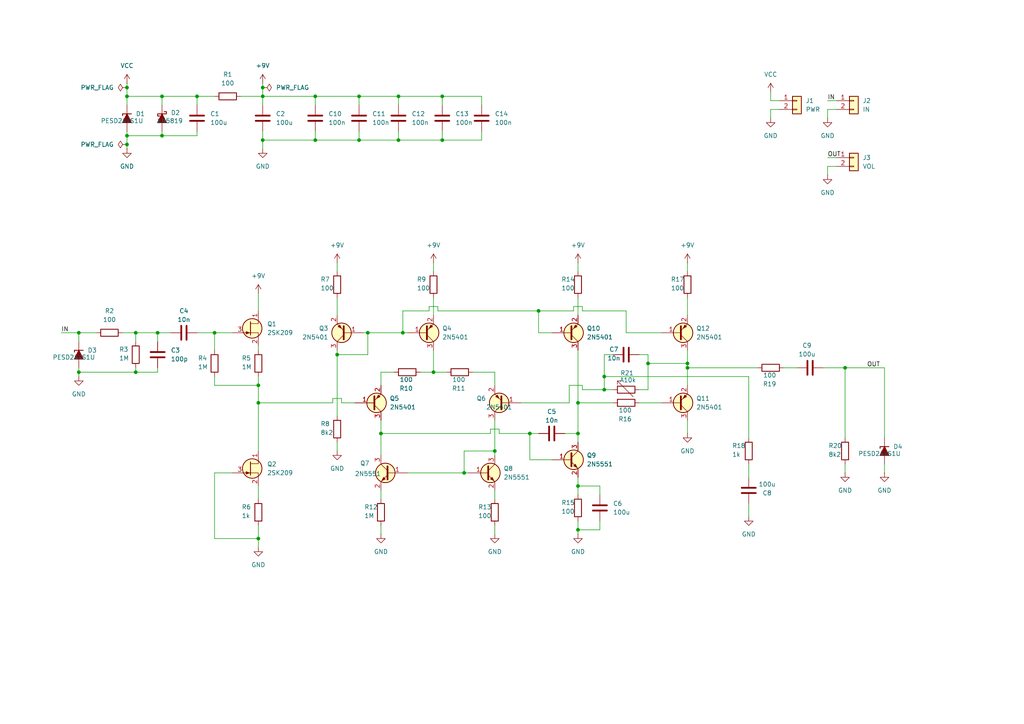
<source format=kicad_sch>
(kicad_sch (version 20231120) (generator "eeschema") (generator_version "8.0")
  (paper "A4")
  (lib_symbols
    (symbol "Connector_Generic:Conn_01x02" (pin_names (offset 1.016) hide)
      (property "Reference" "J" (at 0 2.54 0))
      (property "Value" "Conn_01x02" (at 0 -5.08 0))
      (symbol "Conn_01x02_1_1"
        (rectangle (start -1.27 -2.413) (end 0 -2.667) (stroke (width 0.1524)))
        (rectangle (start -1.27 0.127) (end 0 -0.127) (stroke (width 0.1524)))
        (rectangle (start -1.27 1.27) (end 1.27 -3.81) (stroke (width 0.254)) (fill (type background)))
        (pin passive line (at -5.08 0 0) (length 3.81) (name "Pin_1") (number "1"))
        (pin passive line (at -5.08 -2.54 0) (length 3.81) (name "Pin_2") (number "2"))
      )
    )
    (symbol "Device:C" (pin_numbers hide) (pin_names (offset 0.254))
      (property "Reference" "C" (at 0.635 2.54 0))
      (property "Value" "C" (at 0.635 -2.54 0))
      (symbol "C_0_1"
        (polyline (pts (xy -2.032 -0.762) (xy 2.032 -0.762)) (stroke (width 0.508)))
        (polyline (pts (xy -2.032 0.762) (xy 2.032 0.762)) (stroke (width 0.508)))
      )
      (symbol "C_1_1"
        (pin passive line (at 0 3.81 270) (length 2.794) (name "~") (number "1"))
        (pin passive line (at 0 -3.81 90) (length 2.794) (name "~") (number "2"))
      )
    )
    (symbol "Device:R" (pin_numbers hide) (pin_names (offset 0))
      (property "Reference" "R" (at 2.032 0 90))
      (property "Value" "R" (at 0 0 90))
      (symbol "R_0_1"
        (rectangle (start -1.016 -2.54) (end 1.016 2.54) (stroke (width 0.254)))
      )
      (symbol "R_1_1"
        (pin passive line (at 0 3.81 270) (length 1.27) (name "~") (number "1"))
        (pin passive line (at 0 -3.81 90) (length 1.27) (name "~") (number "2"))
      )
    )
    (symbol "Device:R_Variable" (pin_numbers hide) (pin_names (offset 0))
      (property "Reference" "R" (at 2.54 -2.54 90))
      (property "Value" "R_Variable" (at -2.54 -1.27 90))
      (symbol "R_Variable_0_1"
        (rectangle (start -1.016 -2.54) (end 1.016 2.54) (stroke (width 0.254)))
        (polyline (pts (xy 2.54 1.524) (xy 2.54 2.54) (xy 1.524 2.54) (xy 2.54 2.54) (xy -2.032 -2.032)))
      )
      (symbol "R_Variable_1_1"
        (pin passive line (at 0 3.81 270) (length 1.27) (name "~") (number "1"))
        (pin passive line (at 0 -3.81 90) (length 1.27) (name "~") (number "2"))
      )
    )
    (symbol "PCM_Diode_Schottky_AKL:1N5819" (pin_numbers hide) (pin_names (offset 1.016) hide)
      (property "Reference" "D" (at 0 5.08 0))
      (property "Value" "1N5819" (at 0 2.54 0))
      (symbol "1N5819_0_1"
        (polyline (pts (xy -1.27 0) (xy 1.27 0)))
        (polyline (pts (xy -1.27 -1.27) (xy -1.27 1.27) (xy 1.27 0) (xy -1.27 -1.27)) (stroke (width 0.254)) (fill (type outline)))
        (polyline (pts (xy 1.905 -0.635) (xy 1.905 -1.27) (xy 1.27 -1.27) (xy 1.27 1.27) (xy 0.635 1.27) (xy 0.635 0.635)) (stroke (width 0.254)))
      )
      (symbol "1N5819_1_1"
        (pin passive line (at 3.81 0 180) (length 2.54) (name "K") (number "1"))
        (pin passive line (at -3.81 0 0) (length 2.54) (name "A") (number "2"))
      )
    )
    (symbol "PCM_Diode_TVS_AKL:PESD12VS1UB" (pin_numbers hide) (pin_names (offset 1.016) hide)
      (property "Reference" "D" (at 0 5.08 0))
      (property "Value" "PESD12VS1UB" (at 0 2.54 0))
      (symbol "PESD12VS1UB_0_1"
        (polyline (pts (xy -1.27 0) (xy 1.27 0)))
        (polyline (pts (xy 1.27 -1.27) (xy 1.27 1.27)) (stroke (width 0.254)))
        (polyline (pts (xy 1.27 1.27) (xy 0.762 1.27)) (stroke (width 0.254)))
        (polyline (pts (xy -1.27 1.27) (xy -1.27 -1.27) (xy 1.27 0) (xy -1.27 1.27)) (stroke (width 0.254)) (fill (type outline)))
      )
      (symbol "PESD12VS1UB_1_1"
        (pin passive line (at 3.81 0 180) (length 2.54) (name "K") (number "1"))
        (pin passive line (at -3.81 0 0) (length 2.54) (name "A") (number "2"))
      )
    )
    (symbol "PCM_Transistor_BJT_AKL:MMBT5401" (pin_names hide)
      (property "Reference" "Q" (at 5.08 1.27 0))
      (property "Value" "MMBT5401" (at 5.08 -1.27 0))
      (symbol "MMBT5401_0_1"
        (polyline (pts (xy 0.635 -0.635) (xy 2.54 -2.54)))
        (polyline (pts (xy 0.635 -1.905) (xy 0.635 1.905) (xy 0.635 1.905)) (stroke (width 0.508)))
        (polyline (pts (xy 0.635 0.635) (xy 2.54 2.54) (xy 2.54 2.54)))
        (polyline (pts (xy 2.286 1.778) (xy 1.778 2.286) (xy 1.27 1.27) (xy 2.286 1.778) (xy 2.286 1.778)) (fill (type outline)))
        (circle (center 1.27 0) (radius 2.8194) (stroke (width 0.254)) (fill (type background)))
      )
      (symbol "MMBT5401_1_1"
        (pin input line (at -5.08 0 0) (length 5.715) (name "B") (number "1"))
        (pin passive line (at 2.54 5.08 270) (length 2.54) (name "E") (number "2"))
        (pin passive line (at 2.54 -5.08 90) (length 2.54) (name "C") (number "3"))
      )
    )
    (symbol "PCM_Transistor_BJT_AKL:MMBT5551" (pin_names hide)
      (property "Reference" "Q" (at 5.08 1.27 0))
      (property "Value" "MMBT5551" (at 5.08 -1.27 0))
      (symbol "MMBT5551_0_1"
        (polyline (pts (xy 0.635 0.635) (xy 2.54 2.54)))
        (polyline (pts (xy 0.635 -0.635) (xy 2.54 -2.54) (xy 2.54 -2.54)))
        (polyline (pts (xy 0.635 1.905) (xy 0.635 -1.905) (xy 0.635 -1.905)) (stroke (width 0.508)))
        (polyline (pts (xy 1.27 -1.778) (xy 1.778 -1.27) (xy 2.286 -2.286) (xy 1.27 -1.778) (xy 1.27 -1.778)) (fill (type outline)))
        (circle (center 1.27 0) (radius 2.8194) (stroke (width 0.254)) (fill (type background)))
      )
      (symbol "MMBT5551_1_1"
        (pin input line (at -5.08 0 0) (length 5.715) (name "B") (number "1"))
        (pin passive line (at 2.54 -5.08 90) (length 2.54) (name "E") (number "2"))
        (pin passive line (at 2.54 5.08 270) (length 2.54) (name "C") (number "3"))
      )
    )
    (symbol "PCM_Transistor_JFET_AKL:2SK208" (pin_names hide)
      (property "Reference" "Q" (at 5.08 1.27 0))
      (property "Value" "2SK208" (at 5.08 -1.27 0))
      (symbol "2SK208_0_1"
        (polyline (pts (xy -0.127 -1.27) (xy 0.381 -1.27)))
        (polyline (pts (xy 0.254 1.905) (xy 0.254 -1.905) (xy 0.254 -1.905)) (stroke (width 0.254)))
        (polyline (pts (xy 2.54 -2.54) (xy 2.54 -1.27) (xy 0.254 -1.27)))
        (polyline (pts (xy 2.54 2.54) (xy 2.54 1.397) (xy 0.254 1.397)))
        (polyline (pts (xy 0 -1.27) (xy -1.016 -0.889) (xy -1.016 -1.651) (xy 0 -1.27)) (fill (type outline)))
        (circle (center 0.762 0) (radius 2.8194) (stroke (width 0.254)) (fill (type background)))
      )
      (symbol "2SK208_1_1"
        (pin passive line (at 2.54 5.08 270) (length 2.54) (name "D") (number "1"))
        (pin passive line (at 2.54 -5.08 90) (length 2.54) (name "S") (number "2"))
        (pin input line (at -5.08 -1.27 0) (length 4.4958) (name "G") (number "3"))
      )
    )
    (symbol "power:+9V" (power) (pin_numbers hide) (pin_names (offset 0) hide)
      (property "Value" "+9V" (at 0 3.556 0))
      (symbol "+9V_0_1"
        (polyline (pts (xy -0.762 1.27) (xy 0 2.54)))
        (polyline (pts (xy 0 0) (xy 0 2.54)))
        (polyline (pts (xy 0 2.54) (xy 0.762 1.27)))
      )
      (symbol "+9V_1_1"
        (pin power_in line (at 0 0 90) (length 0) (name "~") (number "1"))
      )
    )
    (symbol "power:GND" (power) (pin_numbers hide) (pin_names (offset 0) hide)
      (property "Value" "GND" (at 0 -3.81 0))
      (symbol "GND_0_1"
        (polyline (pts (xy 0 0) (xy 0 -1.27) (xy 1.27 -1.27) (xy 0 -2.54) (xy -1.27 -1.27) (xy 0 -1.27)))
      )
      (symbol "GND_1_1"
        (pin power_in line (at 0 0 270) (length 0) (name "~") (number "1"))
      )
    )
    (symbol "power:PWR_FLAG" (power) (pin_numbers hide) (pin_names (offset 0) hide)
      (property "Value" "PWR_FLAG" (at 0 3.81 0))
      (symbol "PWR_FLAG_0_0"
        (pin power_out line (at 0 0 90) (length 0) (name "~") (number "1"))
      )
      (symbol "PWR_FLAG_0_1"
        (polyline (pts (xy 0 0) (xy 0 1.27) (xy -1.016 1.905) (xy 0 2.54) (xy 1.016 1.905) (xy 0 1.27)))
      )
    )
    (symbol "power:VCC" (power) (pin_numbers hide) (pin_names (offset 0) hide)
      (property "Value" "VCC" (at 0 3.556 0))
      (symbol "VCC_0_1"
        (polyline (pts (xy -0.762 1.27) (xy 0 2.54)))
        (polyline (pts (xy 0 0) (xy 0 2.54)))
        (polyline (pts (xy 0 2.54) (xy 0.762 1.27)))
      )
      (symbol "VCC_1_1"
        (pin power_in line (at 0 0 90) (length 0) (name "~") (number "1"))
      )
    )
  )
  (junction (at 199.39 106.68))
  (junction (at 74.93 116.84))
  (junction (at 76.2 27.94))
  (junction (at 36.83 41.91))
  (junction (at 74.93 156.21))
  (junction (at 115.57 40.64))
  (junction (at 187.96 105.41))
  (junction (at 76.2 25.4))
  (junction (at 46.99 27.94))
  (junction (at 199.39 105.41))
  (junction (at 74.93 111.76))
  (junction (at 128.27 40.64))
  (junction (at 134.62 137.16))
  (junction (at 104.14 27.94))
  (junction (at 36.83 39.37))
  (junction (at 175.26 113.03))
  (junction (at 91.44 27.94))
  (junction (at 76.2 40.64))
  (junction (at 22.86 107.95))
  (junction (at 115.57 27.94))
  (junction (at 116.84 96.52))
  (junction (at 128.27 27.94))
  (junction (at 156.21 90.17))
  (junction (at 91.44 40.64))
  (junction (at 46.99 39.37))
  (junction (at 143.51 130.81))
  (junction (at 167.64 116.84))
  (junction (at 62.23 96.52))
  (junction (at 45.72 96.52))
  (junction (at 167.64 125.73))
  (junction (at 39.37 107.95))
  (junction (at 22.86 96.52))
  (junction (at 125.73 107.95))
  (junction (at 97.79 102.87))
  (junction (at 167.64 153.67))
  (junction (at 57.15 27.94))
  (junction (at 39.37 96.52))
  (junction (at 104.14 40.64))
  (junction (at 106.68 96.52))
  (junction (at 36.83 27.94))
  (junction (at 167.64 140.97))
  (junction (at 175.26 109.22))
  (junction (at 110.49 125.73))
  (junction (at 245.11 106.68))
  (junction (at 153.67 125.73))
  (junction (at 36.83 25.4))
  (wire (pts (xy 74.93 100.33) (xy 74.93 101.6)))
  (wire (pts (xy 91.44 27.94) (xy 104.14 27.94)))
  (wire (pts (xy 167.64 140.97) (xy 167.64 143.51)))
  (wire (pts (xy 217.17 134.62) (xy 217.17 138.43)))
  (wire (pts (xy 116.84 96.52) (xy 116.84 90.17)))
  (wire (pts (xy 143.51 130.81) (xy 143.51 132.08)))
  (wire (pts (xy 45.72 96.52) (xy 45.72 99.06)))
  (wire (pts (xy 39.37 107.95) (xy 45.72 107.95)))
  (wire (pts (xy 118.11 137.16) (xy 134.62 137.16)))
  (wire (pts (xy 76.2 40.64) (xy 76.2 43.18)))
  (wire (pts (xy 127 90.17) (xy 156.21 90.17)))
  (wire (pts (xy 199.39 86.36) (xy 199.39 91.44)))
  (wire (pts (xy 104.14 27.94) (xy 115.57 27.94)))
  (wire (pts (xy 181.61 96.52) (xy 181.61 90.17)))
  (wire (pts (xy 105.41 96.52) (xy 106.68 96.52)))
  (wire (pts (xy 76.2 25.4) (xy 76.2 27.94)))
  (wire (pts (xy 127 88.9) (xy 127 90.17)))
  (wire (pts (xy 45.72 96.52) (xy 49.53 96.52)))
  (wire (pts (xy 22.86 107.95) (xy 22.86 109.22)))
  (wire (pts (xy 240.03 29.21) (xy 242.57 29.21)))
  (wire (pts (xy 143.51 121.92) (xy 143.51 130.81)))
  (wire (pts (xy 240.03 45.72) (xy 242.57 45.72)))
  (wire (pts (xy 115.57 40.64) (xy 128.27 40.64)))
  (wire (pts (xy 128.27 27.94) (xy 139.7 27.94)))
  (wire (pts (xy 128.27 40.64) (xy 139.7 40.64)))
  (wire (pts (xy 97.79 102.87) (xy 106.68 102.87)))
  (wire (pts (xy 175.26 102.87) (xy 175.26 109.22)))
  (wire (pts (xy 39.37 96.52) (xy 39.37 99.06)))
  (wire (pts (xy 57.15 96.52) (xy 62.23 96.52)))
  (wire (pts (xy 39.37 96.52) (xy 45.72 96.52)))
  (wire (pts (xy 124.46 88.9) (xy 127 88.9)))
  (wire (pts (xy 167.64 125.73) (xy 163.83 125.73)))
  (wire (pts (xy 226.06 29.21) (xy 223.52 29.21)))
  (wire (pts (xy 22.86 96.52) (xy 22.86 99.06)))
  (wire (pts (xy 167.64 128.27) (xy 167.64 125.73)))
  (wire (pts (xy 57.15 38.1) (xy 57.15 39.37)))
  (wire (pts (xy 17.78 96.52) (xy 22.86 96.52)))
  (wire (pts (xy 74.93 111.76) (xy 74.93 116.84)))
  (wire (pts (xy 74.93 116.84) (xy 74.93 130.81)))
  (wire (pts (xy 238.76 106.68) (xy 245.11 106.68)))
  (wire (pts (xy 185.42 116.84) (xy 191.77 116.84)))
  (wire (pts (xy 97.79 76.2) (xy 97.79 78.74)))
  (wire (pts (xy 128.27 38.1) (xy 128.27 40.64)))
  (wire (pts (xy 165.1 111.76) (xy 165.1 116.84)))
  (wire (pts (xy 160.02 133.35) (xy 153.67 133.35)))
  (wire (pts (xy 256.54 127) (xy 256.54 106.68)))
  (wire (pts (xy 36.83 41.91) (xy 36.83 43.18)))
  (wire (pts (xy 46.99 30.48) (xy 46.99 27.94)))
  (wire (pts (xy 110.49 125.73) (xy 110.49 132.08)))
  (wire (pts (xy 97.79 102.87) (xy 97.79 120.65)))
  (wire (pts (xy 74.93 156.21) (xy 74.93 158.75)))
  (wire (pts (xy 74.93 85.09) (xy 74.93 90.17)))
  (wire (pts (xy 156.21 96.52) (xy 156.21 90.17)))
  (wire (pts (xy 199.39 101.6) (xy 199.39 105.41)))
  (wire (pts (xy 99.06 116.84) (xy 99.06 115.57)))
  (wire (pts (xy 240.03 48.26) (xy 240.03 50.8)))
  (wire (pts (xy 36.83 39.37) (xy 36.83 41.91)))
  (wire (pts (xy 227.33 106.68) (xy 231.14 106.68)))
  (wire (pts (xy 62.23 96.52) (xy 67.31 96.52)))
  (wire (pts (xy 175.26 113.03) (xy 175.26 109.22)))
  (wire (pts (xy 143.51 111.76) (xy 143.51 107.95)))
  (wire (pts (xy 187.96 113.03) (xy 187.96 105.41)))
  (wire (pts (xy 187.96 102.87) (xy 187.96 105.41)))
  (wire (pts (xy 76.2 40.64) (xy 91.44 40.64)))
  (wire (pts (xy 96.52 116.84) (xy 96.52 115.57)))
  (wire (pts (xy 62.23 96.52) (xy 62.23 101.6)))
  (wire (pts (xy 39.37 106.68) (xy 39.37 107.95)))
  (wire (pts (xy 167.64 151.13) (xy 167.64 153.67)))
  (wire (pts (xy 91.44 40.64) (xy 104.14 40.64)))
  (wire (pts (xy 166.37 90.17) (xy 166.37 88.9)))
  (wire (pts (xy 106.68 96.52) (xy 116.84 96.52)))
  (wire (pts (xy 121.92 107.95) (xy 125.73 107.95)))
  (wire (pts (xy 57.15 39.37) (xy 46.99 39.37)))
  (wire (pts (xy 143.51 130.81) (xy 134.62 130.81)))
  (wire (pts (xy 173.99 151.13) (xy 173.99 153.67)))
  (wire (pts (xy 116.84 96.52) (xy 118.11 96.52)))
  (wire (pts (xy 143.51 107.95) (xy 137.16 107.95)))
  (wire (pts (xy 156.21 125.73) (xy 153.67 125.73)))
  (wire (pts (xy 125.73 86.36) (xy 125.73 91.44)))
  (wire (pts (xy 217.17 146.05) (xy 217.17 149.86)))
  (wire (pts (xy 167.64 76.2) (xy 167.64 78.74)))
  (wire (pts (xy 175.26 102.87) (xy 177.8 102.87)))
  (wire (pts (xy 191.77 96.52) (xy 181.61 96.52)))
  (wire (pts (xy 168.91 111.76) (xy 168.91 113.03)))
  (wire (pts (xy 110.49 142.24) (xy 110.49 144.78)))
  (wire (pts (xy 156.21 90.17) (xy 166.37 90.17)))
  (wire (pts (xy 115.57 27.94) (xy 128.27 27.94)))
  (wire (pts (xy 175.26 113.03) (xy 177.8 113.03)))
  (wire (pts (xy 187.96 105.41) (xy 199.39 105.41)))
  (wire (pts (xy 245.11 134.62) (xy 245.11 137.16)))
  (wire (pts (xy 116.84 90.17) (xy 124.46 90.17)))
  (wire (pts (xy 199.39 76.2) (xy 199.39 78.74)))
  (wire (pts (xy 110.49 111.76) (xy 110.49 107.95)))
  (wire (pts (xy 242.57 48.26) (xy 240.03 48.26)))
  (wire (pts (xy 173.99 153.67) (xy 167.64 153.67)))
  (wire (pts (xy 167.64 153.67) (xy 167.64 154.94)))
  (wire (pts (xy 217.17 109.22) (xy 217.17 127)))
  (wire (pts (xy 91.44 30.48) (xy 91.44 27.94)))
  (wire (pts (xy 46.99 27.94) (xy 57.15 27.94)))
  (wire (pts (xy 139.7 30.48) (xy 139.7 27.94)))
  (wire (pts (xy 45.72 106.68) (xy 45.72 107.95)))
  (wire (pts (xy 165.1 111.76) (xy 168.91 111.76)))
  (wire (pts (xy 115.57 38.1) (xy 115.57 40.64)))
  (wire (pts (xy 91.44 38.1) (xy 91.44 40.64)))
  (wire (pts (xy 199.39 106.68) (xy 219.71 106.68)))
  (wire (pts (xy 142.24 124.46) (xy 142.24 125.73)))
  (wire (pts (xy 97.79 128.27) (xy 97.79 130.81)))
  (wire (pts (xy 22.86 106.68) (xy 22.86 107.95)))
  (wire (pts (xy 151.13 116.84) (xy 165.1 116.84)))
  (wire (pts (xy 22.86 96.52) (xy 27.94 96.52)))
  (wire (pts (xy 62.23 137.16) (xy 62.23 156.21)))
  (wire (pts (xy 168.91 90.17) (xy 181.61 90.17)))
  (wire (pts (xy 57.15 27.94) (xy 57.15 30.48)))
  (wire (pts (xy 110.49 152.4) (xy 110.49 154.94)))
  (wire (pts (xy 104.14 30.48) (xy 104.14 27.94)))
  (wire (pts (xy 185.42 102.87) (xy 187.96 102.87)))
  (wire (pts (xy 106.68 96.52) (xy 106.68 102.87)))
  (wire (pts (xy 62.23 111.76) (xy 74.93 111.76)))
  (wire (pts (xy 139.7 38.1) (xy 139.7 40.64)))
  (wire (pts (xy 74.93 140.97) (xy 74.93 144.78)))
  (wire (pts (xy 125.73 101.6) (xy 125.73 107.95)))
  (wire (pts (xy 199.39 106.68) (xy 199.39 111.76)))
  (wire (pts (xy 91.44 27.94) (xy 76.2 27.94)))
  (wire (pts (xy 166.37 88.9) (xy 168.91 88.9)))
  (wire (pts (xy 104.14 40.64) (xy 115.57 40.64)))
  (wire (pts (xy 143.51 152.4) (xy 143.51 154.94)))
  (wire (pts (xy 110.49 107.95) (xy 114.3 107.95)))
  (wire (pts (xy 102.87 116.84) (xy 99.06 116.84)))
  (wire (pts (xy 115.57 30.48) (xy 115.57 27.94)))
  (wire (pts (xy 74.93 116.84) (xy 96.52 116.84)))
  (wire (pts (xy 62.23 156.21) (xy 74.93 156.21)))
  (wire (pts (xy 36.83 24.13) (xy 36.83 25.4)))
  (wire (pts (xy 167.64 86.36) (xy 167.64 91.44)))
  (wire (pts (xy 124.46 90.17) (xy 124.46 88.9)))
  (wire (pts (xy 62.23 109.22) (xy 62.23 111.76)))
  (wire (pts (xy 160.02 96.52) (xy 156.21 96.52)))
  (wire (pts (xy 110.49 121.92) (xy 110.49 125.73)))
  (wire (pts (xy 185.42 113.03) (xy 187.96 113.03)))
  (wire (pts (xy 76.2 24.13) (xy 76.2 25.4)))
  (wire (pts (xy 199.39 105.41) (xy 199.39 106.68)))
  (wire (pts (xy 76.2 38.1) (xy 76.2 40.64)))
  (wire (pts (xy 125.73 76.2) (xy 125.73 78.74)))
  (wire (pts (xy 110.49 125.73) (xy 142.24 125.73)))
  (wire (pts (xy 128.27 30.48) (xy 128.27 27.94)))
  (wire (pts (xy 36.83 27.94) (xy 36.83 30.48)))
  (wire (pts (xy 62.23 27.94) (xy 57.15 27.94)))
  (wire (pts (xy 76.2 27.94) (xy 76.2 30.48)))
  (wire (pts (xy 22.86 107.95) (xy 39.37 107.95)))
  (wire (pts (xy 104.14 38.1) (xy 104.14 40.64)))
  (wire (pts (xy 74.93 156.21) (xy 74.93 152.4)))
  (wire (pts (xy 144.78 125.73) (xy 144.78 124.46)))
  (wire (pts (xy 36.83 38.1) (xy 36.83 39.37)))
  (wire (pts (xy 173.99 143.51) (xy 173.99 140.97)))
  (wire (pts (xy 153.67 125.73) (xy 153.67 133.35)))
  (wire (pts (xy 167.64 116.84) (xy 167.64 125.73)))
  (wire (pts (xy 69.85 27.94) (xy 76.2 27.94)))
  (wire (pts (xy 35.56 96.52) (xy 39.37 96.52)))
  (wire (pts (xy 134.62 137.16) (xy 135.89 137.16)))
  (wire (pts (xy 167.64 101.6) (xy 167.64 116.84)))
  (wire (pts (xy 36.83 25.4) (xy 36.83 27.94)))
  (wire (pts (xy 144.78 124.46) (xy 142.24 124.46)))
  (wire (pts (xy 143.51 142.24) (xy 143.51 144.78)))
  (wire (pts (xy 74.93 111.76) (xy 74.93 109.22)))
  (wire (pts (xy 226.06 31.75) (xy 223.52 31.75)))
  (wire (pts (xy 173.99 140.97) (xy 167.64 140.97)))
  (wire (pts (xy 223.52 31.75) (xy 223.52 34.29)))
  (wire (pts (xy 167.64 138.43) (xy 167.64 140.97)))
  (wire (pts (xy 67.31 137.16) (xy 62.23 137.16)))
  (wire (pts (xy 46.99 39.37) (xy 36.83 39.37)))
  (wire (pts (xy 245.11 106.68) (xy 245.11 127)))
  (wire (pts (xy 256.54 106.68) (xy 245.11 106.68)))
  (wire (pts (xy 168.91 88.9) (xy 168.91 90.17)))
  (wire (pts (xy 223.52 26.67) (xy 223.52 29.21)))
  (wire (pts (xy 199.39 121.92) (xy 199.39 125.73)))
  (wire (pts (xy 242.57 31.75) (xy 240.03 31.75)))
  (wire (pts (xy 97.79 101.6) (xy 97.79 102.87)))
  (wire (pts (xy 99.06 115.57) (xy 96.52 115.57)))
  (wire (pts (xy 46.99 38.1) (xy 46.99 39.37)))
  (wire (pts (xy 134.62 130.81) (xy 134.62 137.16)))
  (wire (pts (xy 36.83 27.94) (xy 46.99 27.94)))
  (wire (pts (xy 167.64 116.84) (xy 177.8 116.84)))
  (wire (pts (xy 153.67 125.73) (xy 144.78 125.73)))
  (wire (pts (xy 175.26 109.22) (xy 217.17 109.22)))
  (wire (pts (xy 240.03 31.75) (xy 240.03 34.29)))
  (wire (pts (xy 125.73 107.95) (xy 129.54 107.95)))
  (wire (pts (xy 256.54 134.62) (xy 256.54 137.16)))
  (wire (pts (xy 168.91 113.03) (xy 175.26 113.03)))
  (wire (pts (xy 97.79 86.36) (xy 97.79 91.44)))
  (label "OUT" (at 240.03 45.72 0))
  (label "IN" (at 17.78 96.52 0))
  (label "IN" (at 240.03 29.21 0))
  (label "OUT" (at 251.46 106.68 0))
  (symbol (lib_id "power:GND") (at 76.2 43.18 0) (unit 1)
    (property "Reference" "#PWR03" (effects (hide yes)))
    (property "Value" "GND" (at 76.2 48.26 0))
    (property "Description" "Power symbol creates a global label with name \"GND\" , ground" (effects (hide yes)))
  )
  (symbol (lib_id "Device:R") (at 110.49 148.59 180) (unit 1)
    (property "Reference" "R12" (at 105.664 147.066 0) (effects (justify right)))
    (property "Value" "1M" (at 105.664 149.606 0) (effects (justify right)))
    (property "Footprint" "Resistor_SMD:R_0603_1608Metric" (effects (hide yes)))
    (property "Description" "Resistor" (effects (hide yes)))
  )
  (symbol (lib_id "power:GND") (at 223.52 34.29 0) (unit 1)
    (property "Reference" "#PWR021" (effects (hide yes)))
    (property "Value" "GND" (at 223.52 39.37 0))
    (property "Description" "Power symbol creates a global label with name \"GND\" , ground" (effects (hide yes)))
  )
  (symbol (lib_id "PCM_Transistor_BJT_AKL:MMBT5551") (at 113.03 137.16 0) (mirror y) (unit 1)
    (property "Reference" "Q7" (at 107.188 134.366 0) (effects (justify left)))
    (property "Value" "2N5551" (at 110.49 137.414 0) (effects (justify left)))
    (property "Footprint" "Package_TO_SOT_SMD:SOT-23" (effects (hide yes)))
    (property "Datasheet" "https://www.ozdisan.com/guc-yari-iletkenleri/transistorler/discrete-transistorler/MMBT5551LT1G/507130" (effects (hide yes)))
    (property "Description" "NPN SOT-23 transistor, 160V, 600mA, 350mW, Alternate KiCAD Library" (effects (hide yes)))
  )
  (symbol (lib_id "power:GND") (at 256.54 137.16 0) (unit 1)
    (property "Reference" "#PWR019" (effects (hide yes)))
    (property "Value" "GND" (at 256.54 142.24 0))
    (property "Description" "Power symbol creates a global label with name \"GND\" , ground" (effects (hide yes)))
  )
  (symbol (lib_id "PCM_Transistor_BJT_AKL:MMBT5551") (at 165.1 133.35 0) (unit 1)
    (property "Reference" "Q9" (at 170.18 132.0799 0) (effects (justify left)))
    (property "Value" "2N5551" (at 170.18 134.6199 0) (effects (justify left)))
    (property "Footprint" "Package_TO_SOT_SMD:SOT-23" (effects (hide yes)))
    (property "Datasheet" "https://www.ozdisan.com/guc-yari-iletkenleri/transistorler/discrete-transistorler/MMBT5551LT1G/507130" (effects (hide yes)))
    (property "Description" "NPN SOT-23 transistor, 160V, 600mA, 350mW, Alternate KiCAD Library" (effects (hide yes)))
  )
  (symbol (lib_id "Device:R") (at 74.93 105.41 180) (unit 1)
    (property "Reference" "R5" (at 70.104 103.886 0) (effects (justify right)))
    (property "Value" "1M" (at 70.104 106.426 0) (effects (justify right)))
    (property "Footprint" "Resistor_SMD:R_0603_1608Metric" (effects (hide yes)))
    (property "Description" "Resistor" (effects (hide yes)))
  )
  (symbol (lib_id "power:+9V") (at 76.2 24.13 0) (unit 1)
    (property "Reference" "#PWR04" (effects (hide yes)))
    (property "Value" "+9V" (at 76.2 19.05 0))
    (property "Description" "Power symbol creates a global label with name \"+9V\"" (effects (hide yes)))
  )
  (symbol (lib_id "power:GND") (at 245.11 137.16 0) (unit 1)
    (property "Reference" "#PWR018" (effects (hide yes)))
    (property "Value" "GND" (at 245.11 142.24 0))
    (property "Description" "Power symbol creates a global label with name \"GND\" , ground" (effects (hide yes)))
  )
  (symbol (lib_id "power:+9V") (at 167.64 76.2 0) (unit 1)
    (property "Reference" "#PWR013" (effects (hide yes)))
    (property "Value" "+9V" (at 167.64 71.12 0))
    (property "Description" "Power symbol creates a global label with name \"+9V\"" (effects (hide yes)))
  )
  (symbol (lib_id "Device:R") (at 223.52 106.68 270) (unit 1)
    (property "Reference" "R19" (at 225.171 111.379 90) (effects (justify right)))
    (property "Value" "100" (at 225.171 108.839 90) (effects (justify right)))
    (property "Footprint" "Resistor_SMD:R_0603_1608Metric" (effects (hide yes)))
    (property "Description" "Resistor" (effects (hide yes)))
  )
  (symbol (lib_id "Device:C") (at 217.17 142.24 180) (unit 1)
    (property "Reference" "C8" (at 222.504 143.002 0))
    (property "Value" "100u" (at 222.504 140.462 0))
    (property "Footprint" "Capacitor_SMD:C_1206_3216Metric" (effects (hide yes)))
    (property "Description" "Unpolarized capacitor" (effects (hide yes)))
  )
  (symbol (lib_id "Device:R") (at 167.64 147.32 180) (unit 1)
    (property "Reference" "R15" (at 162.814 145.796 0) (effects (justify right)))
    (property "Value" "100" (at 162.814 148.336 0) (effects (justify right)))
    (property "Footprint" "Resistor_SMD:R_0603_1608Metric" (effects (hide yes)))
    (property "Description" "Resistor" (effects (hide yes)))
  )
  (symbol (lib_id "PCM_Transistor_BJT_AKL:MMBT5401") (at 123.19 96.52 0) (unit 1)
    (property "Reference" "Q4" (at 128.27 95.2499 0) (effects (justify left)))
    (property "Value" "2N5401" (at 128.27 97.7899 0) (effects (justify left)))
    (property "Footprint" "Package_TO_SOT_SMD:SOT-23-3" (effects (hide yes)))
    (property "Datasheet" "https://www.e-komponent.com/bipolar-bjt-transistor-pnp-150v-600ma-mmbt5401" (effects (hide yes)))
    (property "Description" "PNP SOT-23 transistor, 150V, 500mA, 225mW, Alternate KiCAD Library" (effects (hide yes)))
  )
  (symbol (lib_id "power:GND") (at 167.64 154.94 0) (unit 1)
    (property "Reference" "#PWR012" (effects (hide yes)))
    (property "Value" "GND" (at 167.64 160.02 0))
    (property "Description" "Power symbol creates a global label with name \"GND\" , ground" (effects (hide yes)))
  )
  (symbol (lib_id "Device:R") (at 125.73 82.55 180) (unit 1)
    (property "Reference" "R9" (at 120.904 81.026 0) (effects (justify right)))
    (property "Value" "100" (at 120.904 83.566 0) (effects (justify right)))
    (property "Footprint" "Resistor_SMD:R_0603_1608Metric" (effects (hide yes)))
    (property "Description" "Resistor" (effects (hide yes)))
  )
  (symbol (lib_id "power:GND") (at 36.83 43.18 0) (unit 1)
    (property "Reference" "#PWR02" (effects (hide yes)))
    (property "Value" "GND" (at 36.83 48.26 0))
    (property "Description" "Power symbol creates a global label with name \"GND\" , ground" (effects (hide yes)))
  )
  (symbol (lib_id "PCM_Transistor_BJT_AKL:MMBT5551") (at 140.97 137.16 0) (unit 1)
    (property "Reference" "Q8" (at 146.05 135.8899 0) (effects (justify left)))
    (property "Value" "2N5551" (at 146.05 138.4299 0) (effects (justify left)))
    (property "Footprint" "Package_TO_SOT_SMD:SOT-23" (effects (hide yes)))
    (property "Datasheet" "https://www.ozdisan.com/guc-yari-iletkenleri/transistorler/discrete-transistorler/MMBT5551LT1G/507130" (effects (hide yes)))
    (property "Description" "NPN SOT-23 transistor, 160V, 600mA, 350mW, Alternate KiCAD Library" (effects (hide yes)))
  )
  (symbol (lib_id "Device:R") (at 31.75 96.52 90) (unit 1)
    (property "Reference" "R2" (at 31.75 90.17 90))
    (property "Value" "100" (at 31.75 92.71 90))
    (property "Footprint" "Resistor_SMD:R_0603_1608Metric" (effects (hide yes)))
    (property "Description" "Resistor" (effects (hide yes)))
  )
  (symbol (lib_id "power:GND") (at 74.93 158.75 0) (unit 1)
    (property "Reference" "#PWR06" (effects (hide yes)))
    (property "Value" "GND" (at 74.93 163.83 0))
    (property "Description" "Power symbol creates a global label with name \"GND\" , ground" (effects (hide yes)))
  )
  (symbol (lib_id "power:PWR_FLAG") (at 76.2 25.4 270) (unit 1)
    (property "Reference" "#FLG02" (effects (hide yes)))
    (property "Value" "PWR_FLAG" (at 80.01 25.3999 90) (effects (justify left)))
    (property "Description" "Special symbol for telling ERC where power comes from" (effects (hide yes)))
  )
  (symbol (lib_id "power:PWR_FLAG") (at 36.83 41.91 90) (unit 1)
    (property "Reference" "#FLG03" (effects (hide yes)))
    (property "Value" "PWR_FLAG" (at 33.02 41.9099 90) (effects (justify left)))
    (property "Description" "Special symbol for telling ERC where power comes from" (effects (hide yes)))
  )
  (symbol (lib_id "Device:R") (at 217.17 130.81 180) (unit 1)
    (property "Reference" "R18" (at 212.344 129.286 0) (effects (justify right)))
    (property "Value" "1k" (at 212.344 131.826 0) (effects (justify right)))
    (property "Footprint" "Resistor_SMD:R_0603_1608Metric" (effects (hide yes)))
    (property "Description" "Resistor" (effects (hide yes)))
  )
  (symbol (lib_id "power:GND") (at 97.79 130.81 0) (unit 1)
    (property "Reference" "#PWR08" (effects (hide yes)))
    (property "Value" "GND" (at 97.79 135.89 0))
    (property "Description" "Power symbol creates a global label with name \"GND\" , ground" (effects (hide yes)))
  )
  (symbol (lib_id "Device:C") (at 76.2 34.29 0) (unit 1)
    (property "Reference" "C2" (at 80.01 33.0199 0) (effects (justify left)))
    (property "Value" "100u" (at 80.01 35.5599 0) (effects (justify left)))
    (property "Footprint" "Capacitor_SMD:C_1206_3216Metric" (effects (hide yes)))
    (property "Description" "Unpolarized capacitor" (effects (hide yes)))
  )
  (symbol (lib_id "power:+9V") (at 125.73 76.2 0) (unit 1)
    (property "Reference" "#PWR09" (effects (hide yes)))
    (property "Value" "+9V" (at 125.73 71.12 0))
    (property "Description" "Power symbol creates a global label with name \"+9V\"" (effects (hide yes)))
  )
  (symbol (lib_id "Device:C") (at 234.95 106.68 270) (unit 1)
    (property "Reference" "C9" (at 234.061 100.203 90))
    (property "Value" "100u" (at 234.061 102.743 90))
    (property "Footprint" "Capacitor_SMD:C_1206_3216Metric" (effects (hide yes)))
    (property "Description" "Unpolarized capacitor" (effects (hide yes)))
  )
  (symbol (lib_id "PCM_Transistor_BJT_AKL:MMBT5401") (at 146.05 116.84 0) (mirror y) (unit 1)
    (property "Reference" "Q6" (at 140.97 115.5699 0) (effects (justify left)))
    (property "Value" "2N5401" (at 140.97 118.1099 0) (effects (justify right)))
    (property "Footprint" "Package_TO_SOT_SMD:SOT-23-3" (effects (hide yes)))
    (property "Datasheet" "https://www.e-komponent.com/bipolar-bjt-transistor-pnp-150v-600ma-mmbt5401" (effects (hide yes)))
    (property "Description" "PNP SOT-23 transistor, 150V, 500mA, 225mW, Alternate KiCAD Library" (effects (hide yes)))
  )
  (symbol (lib_id "power:VCC") (at 36.83 24.13 0) (unit 1)
    (property "Reference" "#PWR01" (effects (hide yes)))
    (property "Value" "VCC" (at 36.83 19.05 0))
    (property "Description" "Power symbol creates a global label with name \"VCC\"" (effects (hide yes)))
  )
  (symbol (lib_id "power:GND") (at 199.39 125.73 0) (unit 1)
    (property "Reference" "#PWR015" (effects (hide yes)))
    (property "Value" "GND" (at 199.39 130.81 0))
    (property "Description" "Power symbol creates a global label with name \"GND\" , ground" (effects (hide yes)))
  )
  (symbol (lib_id "power:GND") (at 110.49 154.94 0) (unit 1)
    (property "Reference" "#PWR010" (effects (hide yes)))
    (property "Value" "GND" (at 110.49 160.02 0))
    (property "Description" "Power symbol creates a global label with name \"GND\" , ground" (effects (hide yes)))
  )
  (symbol (lib_id "Connector_Generic:Conn_01x02") (at 247.65 29.21 0) (unit 1)
    (property "Reference" "J2" (at 250.19 29.2099 0) (effects (justify left)))
    (property "Value" "IN" (at 250.19 31.7499 0) (effects (justify left)))
    (property "Footprint" "Connector_Wire:SolderWire-0.25sqmm_1x02_P4.2mm_D0.65mm_OD1.7mm" (effects (hide yes)))
    (property "Description" "Generic connector, single row, 01x02, script generated (kicad-library-utils/schlib/autogen/connector/)" (effects (hide yes)))
  )
  (symbol (lib_id "Device:C") (at 45.72 102.87 0) (unit 1)
    (property "Reference" "C3" (at 49.53 101.5999 0) (effects (justify left)))
    (property "Value" "100p" (at 49.53 104.1399 0) (effects (justify left)))
    (property "Footprint" "Capacitor_SMD:C_0603_1608Metric" (effects (hide yes)))
    (property "Description" "Unpolarized capacitor" (effects (hide yes)))
  )
  (symbol (lib_id "PCM_Diode_TVS_AKL:PESD12VS1UB") (at 22.86 102.87 90) (unit 1)
    (property "Reference" "D3" (at 25.4 101.5999 90) (effects (justify right)))
    (property "Value" "PESD24VS1U" (at 15.24 103.632 90) (effects (justify right)))
    (property "Footprint" "PCM_Diode_SMD_AKL:D_SOD-523" (effects (hide yes)))
    (property "Datasheet" "https://www.ozdisan.com/guc-yari-iletkenleri/diyotlar-modul-diyotlar-ve-dogrultucular/tvs-diyotlar/PESD24VS1UB115/517614" (effects (hide yes)))
    (property "Description" "SOD-523 Unidirectional TVS diode, 12V, 180W, Alternate KiCAD Library" (effects (hide yes)))
  )
  (symbol (lib_id "Device:R") (at 181.61 116.84 270) (unit 1)
    (property "Reference" "R16" (at 183.261 121.539 90) (effects (justify right)))
    (property "Value" "100" (at 183.261 118.999 90) (effects (justify right)))
    (property "Footprint" "Resistor_SMD:R_0603_1608Metric" (effects (hide yes)))
    (property "Description" "Resistor" (effects (hide yes)))
  )
  (symbol (lib_id "power:+9V") (at 74.93 85.09 0) (unit 1)
    (property "Reference" "#PWR014" (effects (hide yes)))
    (property "Value" "+9V" (at 74.93 80.01 0))
    (property "Description" "Power symbol creates a global label with name \"+9V\"" (effects (hide yes)))
  )
  (symbol (lib_id "Device:C") (at 181.61 102.87 90) (unit 1)
    (property "Reference" "C7" (at 178.054 101.346 90))
    (property "Value" "10n" (at 178.054 103.886 90))
    (property "Footprint" "Capacitor_SMD:C_0603_1608Metric" (effects (hide yes)))
    (property "Description" "Unpolarized capacitor" (effects (hide yes)))
  )
  (symbol (lib_id "Device:C") (at 128.27 34.29 0) (unit 1)
    (property "Reference" "C13" (at 132.08 33.0199 0) (effects (justify left)))
    (property "Value" "100n" (at 132.08 35.5599 0) (effects (justify left)))
    (property "Footprint" "Capacitor_SMD:C_0603_1608Metric" (effects (hide yes)))
    (property "Description" "Unpolarized capacitor" (effects (hide yes)))
  )
  (symbol (lib_id "Device:R") (at 133.35 107.95 270) (unit 1)
    (property "Reference" "R11" (at 135.001 112.649 90) (effects (justify right)))
    (property "Value" "100" (at 135.001 110.109 90) (effects (justify right)))
    (property "Footprint" "Resistor_SMD:R_0603_1608Metric" (effects (hide yes)))
    (property "Description" "Resistor" (effects (hide yes)))
  )
  (symbol (lib_id "Device:C") (at 91.44 34.29 0) (unit 1)
    (property "Reference" "C10" (at 95.25 33.0199 0) (effects (justify left)))
    (property "Value" "100n" (at 95.25 35.5599 0) (effects (justify left)))
    (property "Footprint" "Capacitor_SMD:C_0603_1608Metric" (effects (hide yes)))
    (property "Description" "Unpolarized capacitor" (effects (hide yes)))
  )
  (symbol (lib_id "power:GND") (at 240.03 50.8 0) (unit 1)
    (property "Reference" "#PWR023" (effects (hide yes)))
    (property "Value" "GND" (at 240.03 55.88 0))
    (property "Description" "Power symbol creates a global label with name \"GND\" , ground" (effects (hide yes)))
  )
  (symbol (lib_id "Device:R") (at 199.39 82.55 180) (unit 1)
    (property "Reference" "R17" (at 194.564 81.026 0) (effects (justify right)))
    (property "Value" "100" (at 194.564 83.566 0) (effects (justify right)))
    (property "Footprint" "Resistor_SMD:R_0603_1608Metric" (effects (hide yes)))
    (property "Description" "Resistor" (effects (hide yes)))
  )
  (symbol (lib_id "Device:R") (at 39.37 102.87 180) (unit 1)
    (property "Reference" "R3" (at 34.544 101.346 0) (effects (justify right)))
    (property "Value" "1M" (at 34.544 103.886 0) (effects (justify right)))
    (property "Footprint" "Resistor_SMD:R_0603_1608Metric" (effects (hide yes)))
    (property "Description" "Resistor" (effects (hide yes)))
  )
  (symbol (lib_id "power:+9V") (at 97.79 76.2 0) (unit 1)
    (property "Reference" "#PWR07" (effects (hide yes)))
    (property "Value" "+9V" (at 97.79 71.12 0))
    (property "Description" "Power symbol creates a global label with name \"+9V\"" (effects (hide yes)))
  )
  (symbol (lib_id "Device:R_Variable") (at 181.61 113.03 90) (unit 1)
    (property "Reference" "R21" (at 181.864 108.204 90))
    (property "Value" "A10k" (at 182.118 110.236 90))
    (property "Footprint" "Connector_Wire:SolderWire-0.25sqmm_1x02_P4.2mm_D0.65mm_OD1.7mm" (effects (hide yes)))
    (property "Description" "Variable resistor" (effects (hide yes)))
  )
  (symbol (lib_id "PCM_Transistor_BJT_AKL:MMBT5401") (at 100.33 96.52 0) (mirror y) (unit 1)
    (property "Reference" "Q3" (at 95.25 95.2499 0) (effects (justify left)))
    (property "Value" "2N5401" (at 95.25 97.7899 0) (effects (justify left)))
    (property "Footprint" "Package_TO_SOT_SMD:SOT-23-3" (effects (hide yes)))
    (property "Datasheet" "https://www.e-komponent.com/bipolar-bjt-transistor-pnp-150v-600ma-mmbt5401" (effects (hide yes)))
    (property "Description" "PNP SOT-23 transistor, 150V, 500mA, 225mW, Alternate KiCAD Library" (effects (hide yes)))
  )
  (symbol (lib_id "Device:R") (at 74.93 148.59 180) (unit 1)
    (property "Reference" "R6" (at 70.104 147.066 0) (effects (justify right)))
    (property "Value" "1k" (at 70.104 149.606 0) (effects (justify right)))
    (property "Footprint" "Resistor_SMD:R_0603_1608Metric" (effects (hide yes)))
    (property "Description" "Resistor" (effects (hide yes)))
  )
  (symbol (lib_id "Device:R") (at 97.79 82.55 180) (unit 1)
    (property "Reference" "R7" (at 92.964 81.026 0) (effects (justify right)))
    (property "Value" "100" (at 92.964 83.566 0) (effects (justify right)))
    (property "Footprint" "Resistor_SMD:R_0603_1608Metric" (effects (hide yes)))
    (property "Description" "Resistor" (effects (hide yes)))
  )
  (symbol (lib_id "Device:C") (at 139.7 34.29 0) (unit 1)
    (property "Reference" "C14" (at 143.51 33.0199 0) (effects (justify left)))
    (property "Value" "100n" (at 143.51 35.5599 0) (effects (justify left)))
    (property "Footprint" "Capacitor_SMD:C_0603_1608Metric" (effects (hide yes)))
    (property "Description" "Unpolarized capacitor" (effects (hide yes)))
  )
  (symbol (lib_id "PCM_Transistor_JFET_AKL:2SK208") (at 72.39 95.25 0) (unit 1)
    (property "Reference" "Q1" (at 77.47 93.9799 0) (effects (justify left)))
    (property "Value" "2SK209" (at 77.47 96.5199 0) (effects (justify left)))
    (property "Footprint" "Package_TO_SOT_SMD:SC-59" (effects (hide yes)))
    (property "Datasheet" "https://www.e-komponent.com/jfet-n-channel-50-v" (effects (hide yes)))
    (property "Description" "SC-59 N-JFET transistor, 50V, 0.3mA, 100mW, Alternate KiCAD Library" (effects (hide yes)))
  )
  (symbol (lib_id "Device:C") (at 173.99 147.32 0) (unit 1)
    (property "Reference" "C6" (at 177.8 146.0499 0) (effects (justify left)))
    (property "Value" "100u" (at 177.8 148.5899 0) (effects (justify left)))
    (property "Footprint" "Capacitor_SMD:C_1206_3216Metric" (effects (hide yes)))
    (property "Description" "Unpolarized capacitor" (effects (hide yes)))
  )
  (symbol (lib_id "Device:R") (at 143.51 148.59 180) (unit 1)
    (property "Reference" "R13" (at 138.684 147.066 0) (effects (justify right)))
    (property "Value" "100" (at 138.684 149.606 0) (effects (justify right)))
    (property "Footprint" "Resistor_SMD:R_0603_1608Metric" (effects (hide yes)))
    (property "Description" "Resistor" (effects (hide yes)))
  )
  (symbol (lib_id "power:GND") (at 22.86 109.22 0) (unit 1)
    (property "Reference" "#PWR05" (effects (hide yes)))
    (property "Value" "GND" (at 22.86 114.3 0))
    (property "Description" "Power symbol creates a global label with name \"GND\" , ground" (effects (hide yes)))
  )
  (symbol (lib_id "PCM_Transistor_BJT_AKL:MMBT5401") (at 107.95 116.84 0) (unit 1)
    (property "Reference" "Q5" (at 113.03 115.5699 0) (effects (justify left)))
    (property "Value" "2N5401" (at 113.03 118.1099 0) (effects (justify left)))
    (property "Footprint" "Package_TO_SOT_SMD:SOT-23-3" (effects (hide yes)))
    (property "Datasheet" "https://www.e-komponent.com/bipolar-bjt-transistor-pnp-150v-600ma-mmbt5401" (effects (hide yes)))
    (property "Description" "PNP SOT-23 transistor, 150V, 500mA, 225mW, Alternate KiCAD Library" (effects (hide yes)))
  )
  (symbol (lib_id "power:PWR_FLAG") (at 36.83 25.4 90) (unit 1)
    (property "Reference" "#FLG01" (effects (hide yes)))
    (property "Value" "PWR_FLAG" (at 33.02 25.3999 90) (effects (justify left)))
    (property "Description" "Special symbol for telling ERC where power comes from" (effects (hide yes)))
  )
  (symbol (lib_id "power:+9V") (at 199.39 76.2 0) (unit 1)
    (property "Reference" "#PWR016" (effects (hide yes)))
    (property "Value" "+9V" (at 199.39 71.12 0))
    (property "Description" "Power symbol creates a global label with name \"+9V\"" (effects (hide yes)))
  )
  (symbol (lib_id "Device:R") (at 66.04 27.94 90) (unit 1)
    (property "Reference" "R1" (at 66.04 21.59 90))
    (property "Value" "100" (at 66.04 24.13 90))
    (property "Footprint" "Resistor_SMD:R_0603_1608Metric" (effects (hide yes)))
    (property "Description" "Resistor" (effects (hide yes)))
  )
  (symbol (lib_id "Device:R") (at 118.11 107.95 270) (unit 1)
    (property "Reference" "R10" (at 119.761 112.649 90) (effects (justify right)))
    (property "Value" "100" (at 119.761 110.109 90) (effects (justify right)))
    (property "Footprint" "Resistor_SMD:R_0603_1608Metric" (effects (hide yes)))
    (property "Description" "Resistor" (effects (hide yes)))
  )
  (symbol (lib_id "Device:R") (at 62.23 105.41 180) (unit 1)
    (property "Reference" "R4" (at 57.404 103.886 0) (effects (justify right)))
    (property "Value" "1M" (at 57.404 106.426 0) (effects (justify right)))
    (property "Footprint" "Resistor_SMD:R_0603_1608Metric" (effects (hide yes)))
    (property "Description" "Resistor" (effects (hide yes)))
  )
  (symbol (lib_id "Device:C") (at 104.14 34.29 0) (unit 1)
    (property "Reference" "C11" (at 107.95 33.0199 0) (effects (justify left)))
    (property "Value" "100n" (at 107.95 35.5599 0) (effects (justify left)))
    (property "Footprint" "Capacitor_SMD:C_0603_1608Metric" (effects (hide yes)))
    (property "Description" "Unpolarized capacitor" (effects (hide yes)))
  )
  (symbol (lib_id "Device:C") (at 57.15 34.29 0) (unit 1)
    (property "Reference" "C1" (at 60.96 33.0199 0) (effects (justify left)))
    (property "Value" "100u" (at 60.96 35.5599 0) (effects (justify left)))
    (property "Footprint" "Capacitor_SMD:C_1206_3216Metric" (effects (hide yes)))
    (property "Description" "Unpolarized capacitor" (effects (hide yes)))
  )
  (symbol (lib_id "PCM_Diode_Schottky_AKL:1N5819") (at 46.99 34.29 90) (unit 1)
    (property "Reference" "D2" (at 49.53 32.7024 90) (effects (justify right)))
    (property "Value" "1N5819" (at 45.466 35.052 90) (effects (justify right)))
    (property "Footprint" "Diode_SMD:D_SOD-323" (effects (hide yes)))
    (property "Datasheet" "https://www.ozdisan.com/guc-yari-iletkenleri/diyotlar-modul-diyotlar-ve-dogrultucular/schottky-diyotlar/1N5819WS/499302" (effects (hide yes)))
    (property "Description" "DO-41 Schottky diode, 40V, 1A, Alternate KiCAD Library" (effects (hide yes)))
  )
  (symbol (lib_id "PCM_Transistor_JFET_AKL:2SK208") (at 72.39 135.89 0) (unit 1)
    (property "Reference" "Q2" (at 77.47 134.6199 0) (effects (justify left)))
    (property "Value" "2SK209" (at 77.47 137.1599 0) (effects (justify left)))
    (property "Footprint" "Package_TO_SOT_SMD:SC-59" (effects (hide yes)))
    (property "Datasheet" "https://www.e-komponent.com/jfet-n-channel-50-v" (effects (hide yes)))
    (property "Description" "SC-59 N-JFET transistor, 50V, 0.3mA, 100mW, Alternate KiCAD Library" (effects (hide yes)))
  )
  (symbol (lib_id "power:VCC") (at 223.52 26.67 0) (unit 1)
    (property "Reference" "#PWR020" (effects (hide yes)))
    (property "Value" "VCC" (at 223.52 21.59 0))
    (property "Description" "Power symbol creates a global label with name \"VCC\"" (effects (hide yes)))
  )
  (symbol (lib_id "PCM_Diode_TVS_AKL:PESD12VS1UB") (at 256.54 130.81 90) (unit 1)
    (property "Reference" "D4" (at 259.08 129.5399 90) (effects (justify right)))
    (property "Value" "PESD24VS1U" (at 248.92 131.572 90) (effects (justify right)))
    (property "Footprint" "PCM_Diode_SMD_AKL:D_SOD-523" (effects (hide yes)))
    (property "Datasheet" "https://www.ozdisan.com/guc-yari-iletkenleri/diyotlar-modul-diyotlar-ve-dogrultucular/tvs-diyotlar/PESD24VS1UB115/517614" (effects (hide yes)))
    (property "Description" "SOD-523 Unidirectional TVS diode, 12V, 180W, Alternate KiCAD Library" (effects (hide yes)))
  )
  (symbol (lib_id "PCM_Diode_TVS_AKL:PESD12VS1UB") (at 36.83 34.29 90) (unit 1)
    (property "Reference" "D1" (at 39.37 33.0199 90) (effects (justify right)))
    (property "Value" "PESD24VS1U" (at 29.21 35.052 90) (effects (justify right)))
    (property "Footprint" "PCM_Diode_SMD_AKL:D_SOD-523" (effects (hide yes)))
    (property "Datasheet" "https://www.ozdisan.com/guc-yari-iletkenleri/diyotlar-modul-diyotlar-ve-dogrultucular/tvs-diyotlar/PESD24VS1UB115/517614" (effects (hide yes)))
    (property "Description" "SOD-523 Unidirectional TVS diode, 12V, 180W, Alternate KiCAD Library" (effects (hide yes)))
  )
  (symbol (lib_id "power:GND") (at 143.51 154.94 0) (unit 1)
    (property "Reference" "#PWR011" (effects (hide yes)))
    (property "Value" "GND" (at 143.51 160.02 0))
    (property "Description" "Power symbol creates a global label with name \"GND\" , ground" (effects (hide yes)))
  )
  (symbol (lib_id "PCM_Transistor_BJT_AKL:MMBT5401") (at 196.85 116.84 0) (unit 1)
    (property "Reference" "Q11" (at 201.93 115.5699 0) (effects (justify left)))
    (property "Value" "2N5401" (at 201.93 118.1099 0) (effects (justify left)))
    (property "Footprint" "Package_TO_SOT_SMD:SOT-23-3" (effects (hide yes)))
    (property "Datasheet" "https://www.e-komponent.com/bipolar-bjt-transistor-pnp-150v-600ma-mmbt5401" (effects (hide yes)))
    (property "Description" "PNP SOT-23 transistor, 150V, 500mA, 225mW, Alternate KiCAD Library" (effects (hide yes)))
  )
  (symbol (lib_id "Device:R") (at 245.11 130.81 180) (unit 1)
    (property "Reference" "R20" (at 240.284 129.286 0) (effects (justify right)))
    (property "Value" "8k2" (at 240.284 131.826 0) (effects (justify right)))
    (property "Footprint" "Resistor_SMD:R_0603_1608Metric" (effects (hide yes)))
    (property "Description" "Resistor" (effects (hide yes)))
  )
  (symbol (lib_id "Device:C") (at 160.02 125.73 90) (unit 1)
    (property "Reference" "C5" (at 160.02 119.38 90))
    (property "Value" "10n" (at 160.02 121.92 90))
    (property "Footprint" "Capacitor_SMD:C_0603_1608Metric" (effects (hide yes)))
    (property "Description" "Unpolarized capacitor" (effects (hide yes)))
  )
  (symbol (lib_id "Device:C") (at 115.57 34.29 0) (unit 1)
    (property "Reference" "C12" (at 119.38 33.0199 0) (effects (justify left)))
    (property "Value" "100n" (at 119.38 35.5599 0) (effects (justify left)))
    (property "Footprint" "Capacitor_SMD:C_0603_1608Metric" (effects (hide yes)))
    (property "Description" "Unpolarized capacitor" (effects (hide yes)))
  )
  (symbol (lib_id "Connector_Generic:Conn_01x02") (at 247.65 45.72 0) (unit 1)
    (property "Reference" "J3" (at 250.19 45.7199 0) (effects (justify left)))
    (property "Value" "VOL" (at 250.19 48.2599 0) (effects (justify left)))
    (property "Footprint" "Connector_Wire:SolderWire-0.25sqmm_1x02_P4.2mm_D0.65mm_OD1.7mm" (effects (hide yes)))
    (property "Description" "Generic connector, single row, 01x02, script generated (kicad-library-utils/schlib/autogen/connector/)" (effects (hide yes)))
  )
  (symbol (lib_id "PCM_Transistor_BJT_AKL:MMBT5401") (at 165.1 96.52 0) (unit 1)
    (property "Reference" "Q10" (at 170.18 95.2499 0) (effects (justify left)))
    (property "Value" "2N5401" (at 170.18 97.7899 0) (effects (justify left)))
    (property "Footprint" "Package_TO_SOT_SMD:SOT-23-3" (effects (hide yes)))
    (property "Datasheet" "https://www.e-komponent.com/bipolar-bjt-transistor-pnp-150v-600ma-mmbt5401" (effects (hide yes)))
    (property "Description" "PNP SOT-23 transistor, 150V, 500mA, 225mW, Alternate KiCAD Library" (effects (hide yes)))
  )
  (symbol (lib_id "Device:R") (at 97.79 124.46 180) (unit 1)
    (property "Reference" "R8" (at 92.964 122.936 0) (effects (justify right)))
    (property "Value" "8k2" (at 92.964 125.476 0) (effects (justify right)))
    (property "Footprint" "Resistor_SMD:R_0603_1608Metric" (effects (hide yes)))
    (property "Description" "Resistor" (effects (hide yes)))
  )
  (symbol (lib_id "Device:C") (at 53.34 96.52 90) (unit 1)
    (property "Reference" "C4" (at 53.34 90.17 90))
    (property "Value" "10n" (at 53.34 92.71 90))
    (property "Footprint" "Capacitor_SMD:C_0603_1608Metric" (effects (hide yes)))
    (property "Description" "Unpolarized capacitor" (effects (hide yes)))
  )
  (symbol (lib_id "power:GND") (at 217.17 149.86 0) (unit 1)
    (property "Reference" "#PWR017" (effects (hide yes)))
    (property "Value" "GND" (at 217.17 154.94 0))
    (property "Description" "Power symbol creates a global label with name \"GND\" , ground" (effects (hide yes)))
  )
  (symbol (lib_id "Connector_Generic:Conn_01x02") (at 231.14 29.21 0) (unit 1)
    (property "Reference" "J1" (at 233.68 29.2099 0) (effects (justify left)))
    (property "Value" "PWR" (at 233.68 31.7499 0) (effects (justify left)))
    (property "Footprint" "Connector_Wire:SolderWire-0.25sqmm_1x02_P4.2mm_D0.65mm_OD1.7mm" (effects (hide yes)))
    (property "Description" "Generic connector, single row, 01x02, script generated (kicad-library-utils/schlib/autogen/connector/)" (effects (hide yes)))
  )
  (symbol (lib_id "Device:R") (at 167.64 82.55 180) (unit 1)
    (property "Reference" "R14" (at 162.814 81.026 0) (effects (justify right)))
    (property "Value" "100" (at 162.814 83.566 0) (effects (justify right)))
    (property "Footprint" "Resistor_SMD:R_0603_1608Metric" (effects (hide yes)))
    (property "Description" "Resistor" (effects (hide yes)))
  )
  (symbol (lib_id "power:GND") (at 240.03 34.29 0) (unit 1)
    (property "Reference" "#PWR022" (effects (hide yes)))
    (property "Value" "GND" (at 240.03 39.37 0))
    (property "Description" "Power symbol creates a global label with name \"GND\" , ground" (effects (hide yes)))
  )
  (symbol (lib_id "PCM_Transistor_BJT_AKL:MMBT5401") (at 196.85 96.52 0) (unit 1)
    (property "Reference" "Q12" (at 201.93 95.2499 0) (effects (justify left)))
    (property "Value" "2N5401" (at 201.93 97.7899 0) (effects (justify left)))
    (property "Footprint" "Package_TO_SOT_SMD:SOT-23-3" (effects (hide yes)))
    (property "Datasheet" "https://www.e-komponent.com/bipolar-bjt-transistor-pnp-150v-600ma-mmbt5401" (effects (hide yes)))
    (property "Description" "PNP SOT-23 transistor, 150V, 500mA, 225mW, Alternate KiCAD Library" (effects (hide yes)))
  )
)
</source>
